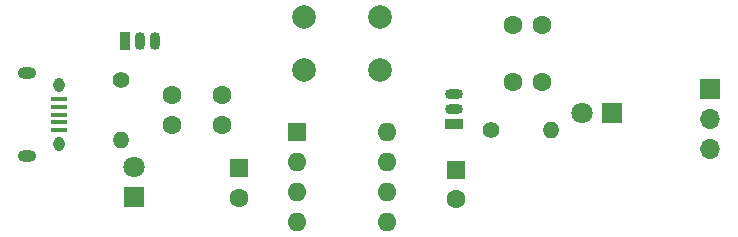
<source format=gts>
G04 #@! TF.FileFunction,Soldermask,Top*
%FSLAX46Y46*%
G04 Gerber Fmt 4.6, Leading zero omitted, Abs format (unit mm)*
G04 Created by KiCad (PCBNEW 4.0.7) date Thursday, December 14, 2017 'PMt' 09:42:57 PM*
%MOMM*%
%LPD*%
G01*
G04 APERTURE LIST*
%ADD10C,0.100000*%
%ADD11C,1.600000*%
%ADD12R,1.350000X0.400000*%
%ADD13O,0.950000X1.250000*%
%ADD14O,1.550000X1.000000*%
%ADD15C,2.000000*%
%ADD16O,0.900000X1.500000*%
%ADD17R,0.900000X1.500000*%
%ADD18R,1.600000X1.600000*%
%ADD19O,1.600000X1.600000*%
%ADD20O,1.500000X0.900000*%
%ADD21R,1.500000X0.900000*%
%ADD22R,1.700000X1.700000*%
%ADD23O,1.700000X1.700000*%
%ADD24R,1.800000X1.800000*%
%ADD25C,1.800000*%
%ADD26C,1.400000*%
%ADD27O,1.400000X1.400000*%
G04 APERTURE END LIST*
D10*
D11*
X169202100Y-109080300D03*
X169202100Y-111580300D03*
X173393100Y-109080300D03*
X173393100Y-111580300D03*
X198056500Y-107950000D03*
X200556500Y-107950000D03*
X198043800Y-103111300D03*
X200543800Y-103111300D03*
D12*
X159592000Y-109444000D03*
X159592000Y-110094000D03*
X159592000Y-110744000D03*
X159592000Y-111394000D03*
X159592000Y-112044000D03*
D13*
X159592000Y-108244000D03*
X159592000Y-113244000D03*
D14*
X156892000Y-107244000D03*
X156892000Y-114244000D03*
D15*
X180340000Y-106989000D03*
X180340000Y-102489000D03*
X186840000Y-106989000D03*
X186840000Y-102489000D03*
D16*
X166446200Y-104495600D03*
X167716200Y-104495600D03*
D17*
X165176200Y-104495600D03*
D18*
X179781200Y-112191800D03*
D19*
X187401200Y-119811800D03*
X179781200Y-114731800D03*
X187401200Y-117271800D03*
X179781200Y-117271800D03*
X187401200Y-114731800D03*
X179781200Y-119811800D03*
X187401200Y-112191800D03*
D20*
X193052700Y-110236000D03*
X193052700Y-108966000D03*
D21*
X193052700Y-111506000D03*
D22*
X214782400Y-108546900D03*
D23*
X214782400Y-111086900D03*
X214782400Y-113626900D03*
D18*
X174904400Y-115277900D03*
D11*
X174904400Y-117777900D03*
D18*
X193230500Y-115379500D03*
D11*
X193230500Y-117879500D03*
D24*
X165963600Y-117678200D03*
D25*
X165963600Y-115138200D03*
D24*
X206425800Y-110591600D03*
D25*
X203885800Y-110591600D03*
D26*
X164846000Y-107823000D03*
D27*
X164846000Y-112903000D03*
D26*
X196202300Y-112014000D03*
D27*
X201282300Y-112014000D03*
M02*

</source>
